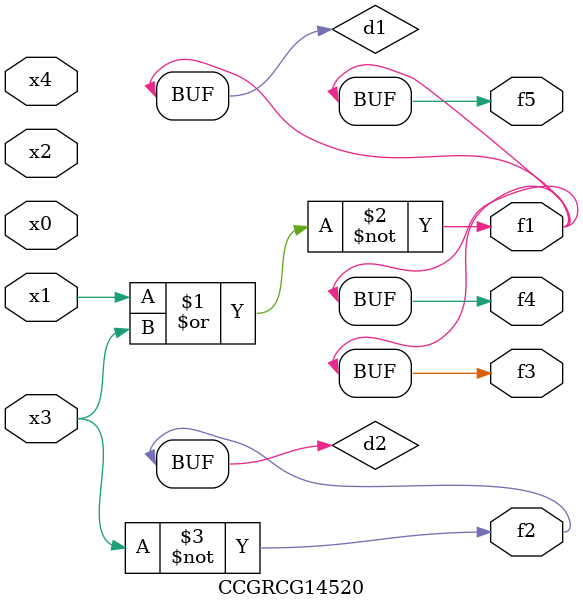
<source format=v>
module CCGRCG14520(
	input x0, x1, x2, x3, x4,
	output f1, f2, f3, f4, f5
);

	wire d1, d2;

	nor (d1, x1, x3);
	not (d2, x3);
	assign f1 = d1;
	assign f2 = d2;
	assign f3 = d1;
	assign f4 = d1;
	assign f5 = d1;
endmodule

</source>
